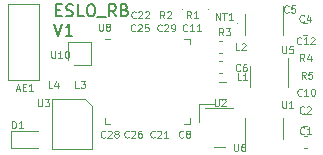
<source format=gbr>
G04 #@! TF.GenerationSoftware,KiCad,Pcbnew,(5.1.5-0-10_14)*
G04 #@! TF.CreationDate,2020-09-25T15:53:29-04:00*
G04 #@! TF.ProjectId,ESLO_RB,45534c4f-5f52-4422-9e6b-696361645f70,rev?*
G04 #@! TF.SameCoordinates,Original*
G04 #@! TF.FileFunction,Legend,Top*
G04 #@! TF.FilePolarity,Positive*
%FSLAX46Y46*%
G04 Gerber Fmt 4.6, Leading zero omitted, Abs format (unit mm)*
G04 Created by KiCad (PCBNEW (5.1.5-0-10_14)) date 2020-09-25 15:53:29*
%MOMM*%
%LPD*%
G04 APERTURE LIST*
%ADD10C,0.140000*%
%ADD11C,0.050000*%
%ADD12C,0.070000*%
G04 APERTURE END LIST*
D10*
X128779095Y-90558571D02*
X129112428Y-90558571D01*
X129255285Y-91082380D02*
X128779095Y-91082380D01*
X128779095Y-90082380D01*
X129255285Y-90082380D01*
X129636238Y-91034761D02*
X129779095Y-91082380D01*
X130017190Y-91082380D01*
X130112428Y-91034761D01*
X130160047Y-90987142D01*
X130207666Y-90891904D01*
X130207666Y-90796666D01*
X130160047Y-90701428D01*
X130112428Y-90653809D01*
X130017190Y-90606190D01*
X129826714Y-90558571D01*
X129731476Y-90510952D01*
X129683857Y-90463333D01*
X129636238Y-90368095D01*
X129636238Y-90272857D01*
X129683857Y-90177619D01*
X129731476Y-90130000D01*
X129826714Y-90082380D01*
X130064809Y-90082380D01*
X130207666Y-90130000D01*
X131112428Y-91082380D02*
X130636238Y-91082380D01*
X130636238Y-90082380D01*
X131636238Y-90082380D02*
X131826714Y-90082380D01*
X131921952Y-90130000D01*
X132017190Y-90225238D01*
X132064809Y-90415714D01*
X132064809Y-90749047D01*
X132017190Y-90939523D01*
X131921952Y-91034761D01*
X131826714Y-91082380D01*
X131636238Y-91082380D01*
X131541000Y-91034761D01*
X131445761Y-90939523D01*
X131398142Y-90749047D01*
X131398142Y-90415714D01*
X131445761Y-90225238D01*
X131541000Y-90130000D01*
X131636238Y-90082380D01*
X132255285Y-91177619D02*
X133017190Y-91177619D01*
X133826714Y-91082380D02*
X133493380Y-90606190D01*
X133255285Y-91082380D02*
X133255285Y-90082380D01*
X133636238Y-90082380D01*
X133731476Y-90130000D01*
X133779095Y-90177619D01*
X133826714Y-90272857D01*
X133826714Y-90415714D01*
X133779095Y-90510952D01*
X133731476Y-90558571D01*
X133636238Y-90606190D01*
X133255285Y-90606190D01*
X134588619Y-90558571D02*
X134731476Y-90606190D01*
X134779095Y-90653809D01*
X134826714Y-90749047D01*
X134826714Y-90891904D01*
X134779095Y-90987142D01*
X134731476Y-91034761D01*
X134636238Y-91082380D01*
X134255285Y-91082380D01*
X134255285Y-90082380D01*
X134588619Y-90082380D01*
X134683857Y-90130000D01*
X134731476Y-90177619D01*
X134779095Y-90272857D01*
X134779095Y-90368095D01*
X134731476Y-90463333D01*
X134683857Y-90510952D01*
X134588619Y-90558571D01*
X134255285Y-90558571D01*
X128636238Y-91722380D02*
X128969571Y-92722380D01*
X129302904Y-91722380D01*
X130160047Y-92722380D02*
X129588619Y-92722380D01*
X129874333Y-92722380D02*
X129874333Y-91722380D01*
X129779095Y-91865238D01*
X129683857Y-91960476D01*
X129588619Y-92008095D01*
D11*
X127300000Y-96450000D02*
X127300000Y-90050000D01*
X124700000Y-96450000D02*
X127300000Y-96450000D01*
X124700000Y-90050000D02*
X124700000Y-96450000D01*
X127300000Y-90050000D02*
X124700000Y-90050000D01*
X133365000Y-92990000D02*
X132890000Y-92990000D01*
X140110000Y-100210000D02*
X140110000Y-99735000D01*
X139635000Y-100210000D02*
X140110000Y-100210000D01*
X132890000Y-100210000D02*
X132890000Y-99735000D01*
X133365000Y-100210000D02*
X132890000Y-100210000D01*
X140110000Y-92990000D02*
X140110000Y-93465000D01*
X139635000Y-92990000D02*
X140110000Y-92990000D01*
X131750000Y-95250000D02*
X130250000Y-95250000D01*
X131750000Y-93250000D02*
X131750000Y-95250000D01*
X129750000Y-93250000D02*
X131700000Y-93250000D01*
X129750000Y-94750000D02*
X129750000Y-93250000D01*
X128400000Y-98100000D02*
X131250000Y-98100000D01*
X128400000Y-102300000D02*
X128400000Y-98200000D01*
X131800000Y-102300000D02*
X128400000Y-102300000D01*
X131800000Y-98650000D02*
X131800000Y-102300000D01*
X131250000Y-98100000D02*
X131800000Y-98650000D01*
X144740000Y-99700000D02*
X144740000Y-102150000D01*
X147960000Y-101500000D02*
X147960000Y-99700000D01*
X148410000Y-97100000D02*
X148410000Y-94650000D01*
X145190000Y-95300000D02*
X145190000Y-97100000D01*
X147960000Y-92700000D02*
X147960000Y-90250000D01*
X144740000Y-90900000D02*
X144740000Y-92700000D01*
X141350000Y-98880000D02*
X143720000Y-98880000D01*
X143100000Y-102120000D02*
X142100000Y-102120000D01*
X140900000Y-98500000D02*
X142100000Y-98500000D01*
X140900000Y-100000000D02*
X140900000Y-98500000D01*
X139455000Y-90500000D02*
G75*
G03X139455000Y-90500000I-50000J0D01*
G01*
X144140000Y-91700000D02*
G75*
G03X144140000Y-91700000I-50000J0D01*
G01*
X141655000Y-90500000D02*
G75*
G03X141655000Y-90500000I-50000J0D01*
G01*
X142850279Y-93140000D02*
X142524721Y-93140000D01*
X142850279Y-94160000D02*
X142524721Y-94160000D01*
X142603922Y-98110000D02*
X143121078Y-98110000D01*
X142603922Y-96690000D02*
X143121078Y-96690000D01*
X124977500Y-102235000D02*
X127262500Y-102235000D01*
X124977500Y-100765000D02*
X124977500Y-102235000D01*
X127262500Y-100765000D02*
X124977500Y-100765000D01*
X149674721Y-92660000D02*
X150000279Y-92660000D01*
X149674721Y-91640000D02*
X150000279Y-91640000D01*
X149699721Y-100410000D02*
X150025279Y-100410000D01*
X149699721Y-99390000D02*
X150025279Y-99390000D01*
X142524721Y-95910000D02*
X142850279Y-95910000D01*
X142524721Y-94890000D02*
X142850279Y-94890000D01*
X150050279Y-101190000D02*
X149724721Y-101190000D01*
X150050279Y-102210000D02*
X149724721Y-102210000D01*
D12*
X148450000Y-90714285D02*
X148421428Y-90742857D01*
X148335714Y-90771428D01*
X148278571Y-90771428D01*
X148192857Y-90742857D01*
X148135714Y-90685714D01*
X148107142Y-90628571D01*
X148078571Y-90514285D01*
X148078571Y-90428571D01*
X148107142Y-90314285D01*
X148135714Y-90257142D01*
X148192857Y-90200000D01*
X148278571Y-90171428D01*
X148335714Y-90171428D01*
X148421428Y-90200000D01*
X148450000Y-90228571D01*
X148992857Y-90171428D02*
X148707142Y-90171428D01*
X148678571Y-90457142D01*
X148707142Y-90428571D01*
X148764285Y-90400000D01*
X148907142Y-90400000D01*
X148964285Y-90428571D01*
X148992857Y-90457142D01*
X149021428Y-90514285D01*
X149021428Y-90657142D01*
X148992857Y-90714285D01*
X148964285Y-90742857D01*
X148907142Y-90771428D01*
X148764285Y-90771428D01*
X148707142Y-90742857D01*
X148678571Y-90714285D01*
X125400000Y-97225000D02*
X125685714Y-97225000D01*
X125342857Y-97396428D02*
X125542857Y-96796428D01*
X125742857Y-97396428D01*
X125942857Y-97082142D02*
X126142857Y-97082142D01*
X126228571Y-97396428D02*
X125942857Y-97396428D01*
X125942857Y-96796428D01*
X126228571Y-96796428D01*
X126800000Y-97396428D02*
X126457142Y-97396428D01*
X126628571Y-97396428D02*
X126628571Y-96796428D01*
X126571428Y-96882142D01*
X126514285Y-96939285D01*
X126457142Y-96967857D01*
X130700000Y-97171428D02*
X130414285Y-97171428D01*
X130414285Y-96571428D01*
X130842857Y-96571428D02*
X131214285Y-96571428D01*
X131014285Y-96800000D01*
X131100000Y-96800000D01*
X131157142Y-96828571D01*
X131185714Y-96857142D01*
X131214285Y-96914285D01*
X131214285Y-97057142D01*
X131185714Y-97114285D01*
X131157142Y-97142857D01*
X131100000Y-97171428D01*
X130928571Y-97171428D01*
X130871428Y-97142857D01*
X130842857Y-97114285D01*
X128450000Y-97171428D02*
X128164285Y-97171428D01*
X128164285Y-96571428D01*
X128907142Y-96771428D02*
X128907142Y-97171428D01*
X128764285Y-96542857D02*
X128621428Y-96971428D01*
X128992857Y-96971428D01*
X132402857Y-91701428D02*
X132402857Y-92187142D01*
X132431428Y-92244285D01*
X132460000Y-92272857D01*
X132517142Y-92301428D01*
X132631428Y-92301428D01*
X132688571Y-92272857D01*
X132717142Y-92244285D01*
X132745714Y-92187142D01*
X132745714Y-91701428D01*
X133117142Y-91958571D02*
X133060000Y-91930000D01*
X133031428Y-91901428D01*
X133002857Y-91844285D01*
X133002857Y-91815714D01*
X133031428Y-91758571D01*
X133060000Y-91730000D01*
X133117142Y-91701428D01*
X133231428Y-91701428D01*
X133288571Y-91730000D01*
X133317142Y-91758571D01*
X133345714Y-91815714D01*
X133345714Y-91844285D01*
X133317142Y-91901428D01*
X133288571Y-91930000D01*
X133231428Y-91958571D01*
X133117142Y-91958571D01*
X133060000Y-91987142D01*
X133031428Y-92015714D01*
X133002857Y-92072857D01*
X133002857Y-92187142D01*
X133031428Y-92244285D01*
X133060000Y-92272857D01*
X133117142Y-92301428D01*
X133231428Y-92301428D01*
X133288571Y-92272857D01*
X133317142Y-92244285D01*
X133345714Y-92187142D01*
X133345714Y-92072857D01*
X133317142Y-92015714D01*
X133288571Y-91987142D01*
X133231428Y-91958571D01*
X128357142Y-94021428D02*
X128357142Y-94507142D01*
X128385714Y-94564285D01*
X128414285Y-94592857D01*
X128471428Y-94621428D01*
X128585714Y-94621428D01*
X128642857Y-94592857D01*
X128671428Y-94564285D01*
X128700000Y-94507142D01*
X128700000Y-94021428D01*
X129300000Y-94621428D02*
X128957142Y-94621428D01*
X129128571Y-94621428D02*
X129128571Y-94021428D01*
X129071428Y-94107142D01*
X129014285Y-94164285D01*
X128957142Y-94192857D01*
X129671428Y-94021428D02*
X129728571Y-94021428D01*
X129785714Y-94050000D01*
X129814285Y-94078571D01*
X129842857Y-94135714D01*
X129871428Y-94250000D01*
X129871428Y-94392857D01*
X129842857Y-94507142D01*
X129814285Y-94564285D01*
X129785714Y-94592857D01*
X129728571Y-94621428D01*
X129671428Y-94621428D01*
X129614285Y-94592857D01*
X129585714Y-94564285D01*
X129557142Y-94507142D01*
X129528571Y-94392857D01*
X129528571Y-94250000D01*
X129557142Y-94135714D01*
X129585714Y-94078571D01*
X129614285Y-94050000D01*
X129671428Y-94021428D01*
X137714285Y-92314285D02*
X137685714Y-92342857D01*
X137600000Y-92371428D01*
X137542857Y-92371428D01*
X137457142Y-92342857D01*
X137400000Y-92285714D01*
X137371428Y-92228571D01*
X137342857Y-92114285D01*
X137342857Y-92028571D01*
X137371428Y-91914285D01*
X137400000Y-91857142D01*
X137457142Y-91800000D01*
X137542857Y-91771428D01*
X137600000Y-91771428D01*
X137685714Y-91800000D01*
X137714285Y-91828571D01*
X137942857Y-91828571D02*
X137971428Y-91800000D01*
X138028571Y-91771428D01*
X138171428Y-91771428D01*
X138228571Y-91800000D01*
X138257142Y-91828571D01*
X138285714Y-91885714D01*
X138285714Y-91942857D01*
X138257142Y-92028571D01*
X137914285Y-92371428D01*
X138285714Y-92371428D01*
X138571428Y-92371428D02*
X138685714Y-92371428D01*
X138742857Y-92342857D01*
X138771428Y-92314285D01*
X138828571Y-92228571D01*
X138857142Y-92114285D01*
X138857142Y-91885714D01*
X138828571Y-91828571D01*
X138800000Y-91800000D01*
X138742857Y-91771428D01*
X138628571Y-91771428D01*
X138571428Y-91800000D01*
X138542857Y-91828571D01*
X138514285Y-91885714D01*
X138514285Y-92028571D01*
X138542857Y-92085714D01*
X138571428Y-92114285D01*
X138628571Y-92142857D01*
X138742857Y-92142857D01*
X138800000Y-92114285D01*
X138828571Y-92085714D01*
X138857142Y-92028571D01*
X127242857Y-98121428D02*
X127242857Y-98607142D01*
X127271428Y-98664285D01*
X127300000Y-98692857D01*
X127357142Y-98721428D01*
X127471428Y-98721428D01*
X127528571Y-98692857D01*
X127557142Y-98664285D01*
X127585714Y-98607142D01*
X127585714Y-98121428D01*
X127814285Y-98121428D02*
X128185714Y-98121428D01*
X127985714Y-98350000D01*
X128071428Y-98350000D01*
X128128571Y-98378571D01*
X128157142Y-98407142D01*
X128185714Y-98464285D01*
X128185714Y-98607142D01*
X128157142Y-98664285D01*
X128128571Y-98692857D01*
X128071428Y-98721428D01*
X127900000Y-98721428D01*
X127842857Y-98692857D01*
X127814285Y-98664285D01*
X143842857Y-101881428D02*
X143842857Y-102367142D01*
X143871428Y-102424285D01*
X143900000Y-102452857D01*
X143957142Y-102481428D01*
X144071428Y-102481428D01*
X144128571Y-102452857D01*
X144157142Y-102424285D01*
X144185714Y-102367142D01*
X144185714Y-101881428D01*
X144728571Y-101881428D02*
X144614285Y-101881428D01*
X144557142Y-101910000D01*
X144528571Y-101938571D01*
X144471428Y-102024285D01*
X144442857Y-102138571D01*
X144442857Y-102367142D01*
X144471428Y-102424285D01*
X144500000Y-102452857D01*
X144557142Y-102481428D01*
X144671428Y-102481428D01*
X144728571Y-102452857D01*
X144757142Y-102424285D01*
X144785714Y-102367142D01*
X144785714Y-102224285D01*
X144757142Y-102167142D01*
X144728571Y-102138571D01*
X144671428Y-102110000D01*
X144557142Y-102110000D01*
X144500000Y-102138571D01*
X144471428Y-102167142D01*
X144442857Y-102224285D01*
X147912857Y-98241428D02*
X147912857Y-98727142D01*
X147941428Y-98784285D01*
X147970000Y-98812857D01*
X148027142Y-98841428D01*
X148141428Y-98841428D01*
X148198571Y-98812857D01*
X148227142Y-98784285D01*
X148255714Y-98727142D01*
X148255714Y-98241428D01*
X148855714Y-98841428D02*
X148512857Y-98841428D01*
X148684285Y-98841428D02*
X148684285Y-98241428D01*
X148627142Y-98327142D01*
X148570000Y-98384285D01*
X148512857Y-98412857D01*
X147912857Y-93611428D02*
X147912857Y-94097142D01*
X147941428Y-94154285D01*
X147970000Y-94182857D01*
X148027142Y-94211428D01*
X148141428Y-94211428D01*
X148198571Y-94182857D01*
X148227142Y-94154285D01*
X148255714Y-94097142D01*
X148255714Y-93611428D01*
X148827142Y-93611428D02*
X148541428Y-93611428D01*
X148512857Y-93897142D01*
X148541428Y-93868571D01*
X148598571Y-93840000D01*
X148741428Y-93840000D01*
X148798571Y-93868571D01*
X148827142Y-93897142D01*
X148855714Y-93954285D01*
X148855714Y-94097142D01*
X148827142Y-94154285D01*
X148798571Y-94182857D01*
X148741428Y-94211428D01*
X148598571Y-94211428D01*
X148541428Y-94182857D01*
X148512857Y-94154285D01*
X142192857Y-98121428D02*
X142192857Y-98607142D01*
X142221428Y-98664285D01*
X142250000Y-98692857D01*
X142307142Y-98721428D01*
X142421428Y-98721428D01*
X142478571Y-98692857D01*
X142507142Y-98664285D01*
X142535714Y-98607142D01*
X142535714Y-98121428D01*
X142792857Y-98178571D02*
X142821428Y-98150000D01*
X142878571Y-98121428D01*
X143021428Y-98121428D01*
X143078571Y-98150000D01*
X143107142Y-98178571D01*
X143135714Y-98235714D01*
X143135714Y-98292857D01*
X143107142Y-98378571D01*
X142764285Y-98721428D01*
X143135714Y-98721428D01*
X149900000Y-96371428D02*
X149700000Y-96085714D01*
X149557142Y-96371428D02*
X149557142Y-95771428D01*
X149785714Y-95771428D01*
X149842857Y-95800000D01*
X149871428Y-95828571D01*
X149900000Y-95885714D01*
X149900000Y-95971428D01*
X149871428Y-96028571D01*
X149842857Y-96057142D01*
X149785714Y-96085714D01*
X149557142Y-96085714D01*
X150442857Y-95771428D02*
X150157142Y-95771428D01*
X150128571Y-96057142D01*
X150157142Y-96028571D01*
X150214285Y-96000000D01*
X150357142Y-96000000D01*
X150414285Y-96028571D01*
X150442857Y-96057142D01*
X150471428Y-96114285D01*
X150471428Y-96257142D01*
X150442857Y-96314285D01*
X150414285Y-96342857D01*
X150357142Y-96371428D01*
X150214285Y-96371428D01*
X150157142Y-96342857D01*
X150128571Y-96314285D01*
X149800000Y-94871428D02*
X149600000Y-94585714D01*
X149457142Y-94871428D02*
X149457142Y-94271428D01*
X149685714Y-94271428D01*
X149742857Y-94300000D01*
X149771428Y-94328571D01*
X149800000Y-94385714D01*
X149800000Y-94471428D01*
X149771428Y-94528571D01*
X149742857Y-94557142D01*
X149685714Y-94585714D01*
X149457142Y-94585714D01*
X150314285Y-94471428D02*
X150314285Y-94871428D01*
X150171428Y-94242857D02*
X150028571Y-94671428D01*
X150400000Y-94671428D01*
X137950000Y-91271428D02*
X137750000Y-90985714D01*
X137607142Y-91271428D02*
X137607142Y-90671428D01*
X137835714Y-90671428D01*
X137892857Y-90700000D01*
X137921428Y-90728571D01*
X137950000Y-90785714D01*
X137950000Y-90871428D01*
X137921428Y-90928571D01*
X137892857Y-90957142D01*
X137835714Y-90985714D01*
X137607142Y-90985714D01*
X138178571Y-90728571D02*
X138207142Y-90700000D01*
X138264285Y-90671428D01*
X138407142Y-90671428D01*
X138464285Y-90700000D01*
X138492857Y-90728571D01*
X138521428Y-90785714D01*
X138521428Y-90842857D01*
X138492857Y-90928571D01*
X138150000Y-91271428D01*
X138521428Y-91271428D01*
X142920000Y-92691428D02*
X142720000Y-92405714D01*
X142577142Y-92691428D02*
X142577142Y-92091428D01*
X142805714Y-92091428D01*
X142862857Y-92120000D01*
X142891428Y-92148571D01*
X142920000Y-92205714D01*
X142920000Y-92291428D01*
X142891428Y-92348571D01*
X142862857Y-92377142D01*
X142805714Y-92405714D01*
X142577142Y-92405714D01*
X143120000Y-92091428D02*
X143491428Y-92091428D01*
X143291428Y-92320000D01*
X143377142Y-92320000D01*
X143434285Y-92348571D01*
X143462857Y-92377142D01*
X143491428Y-92434285D01*
X143491428Y-92577142D01*
X143462857Y-92634285D01*
X143434285Y-92662857D01*
X143377142Y-92691428D01*
X143205714Y-92691428D01*
X143148571Y-92662857D01*
X143120000Y-92634285D01*
X140200000Y-91271428D02*
X140000000Y-90985714D01*
X139857142Y-91271428D02*
X139857142Y-90671428D01*
X140085714Y-90671428D01*
X140142857Y-90700000D01*
X140171428Y-90728571D01*
X140200000Y-90785714D01*
X140200000Y-90871428D01*
X140171428Y-90928571D01*
X140142857Y-90957142D01*
X140085714Y-90985714D01*
X139857142Y-90985714D01*
X140771428Y-91271428D02*
X140428571Y-91271428D01*
X140600000Y-91271428D02*
X140600000Y-90671428D01*
X140542857Y-90757142D01*
X140485714Y-90814285D01*
X140428571Y-90842857D01*
X142314285Y-91371428D02*
X142314285Y-90771428D01*
X142657142Y-91371428D01*
X142657142Y-90771428D01*
X142857142Y-90771428D02*
X143200000Y-90771428D01*
X143028571Y-91371428D02*
X143028571Y-90771428D01*
X143714285Y-91371428D02*
X143371428Y-91371428D01*
X143542857Y-91371428D02*
X143542857Y-90771428D01*
X143485714Y-90857142D01*
X143428571Y-90914285D01*
X143371428Y-90942857D01*
X144300000Y-93971428D02*
X144014285Y-93971428D01*
X144014285Y-93371428D01*
X144471428Y-93428571D02*
X144500000Y-93400000D01*
X144557142Y-93371428D01*
X144700000Y-93371428D01*
X144757142Y-93400000D01*
X144785714Y-93428571D01*
X144814285Y-93485714D01*
X144814285Y-93542857D01*
X144785714Y-93628571D01*
X144442857Y-93971428D01*
X144814285Y-93971428D01*
X144450000Y-96471428D02*
X144164285Y-96471428D01*
X144164285Y-95871428D01*
X144964285Y-96471428D02*
X144621428Y-96471428D01*
X144792857Y-96471428D02*
X144792857Y-95871428D01*
X144735714Y-95957142D01*
X144678571Y-96014285D01*
X144621428Y-96042857D01*
X125032142Y-100571428D02*
X125032142Y-99971428D01*
X125175000Y-99971428D01*
X125260714Y-100000000D01*
X125317857Y-100057142D01*
X125346428Y-100114285D01*
X125375000Y-100228571D01*
X125375000Y-100314285D01*
X125346428Y-100428571D01*
X125317857Y-100485714D01*
X125260714Y-100542857D01*
X125175000Y-100571428D01*
X125032142Y-100571428D01*
X125946428Y-100571428D02*
X125603571Y-100571428D01*
X125775000Y-100571428D02*
X125775000Y-99971428D01*
X125717857Y-100057142D01*
X125660714Y-100114285D01*
X125603571Y-100142857D01*
X149564285Y-97764285D02*
X149535714Y-97792857D01*
X149450000Y-97821428D01*
X149392857Y-97821428D01*
X149307142Y-97792857D01*
X149250000Y-97735714D01*
X149221428Y-97678571D01*
X149192857Y-97564285D01*
X149192857Y-97478571D01*
X149221428Y-97364285D01*
X149250000Y-97307142D01*
X149307142Y-97250000D01*
X149392857Y-97221428D01*
X149450000Y-97221428D01*
X149535714Y-97250000D01*
X149564285Y-97278571D01*
X150135714Y-97821428D02*
X149792857Y-97821428D01*
X149964285Y-97821428D02*
X149964285Y-97221428D01*
X149907142Y-97307142D01*
X149850000Y-97364285D01*
X149792857Y-97392857D01*
X150507142Y-97221428D02*
X150564285Y-97221428D01*
X150621428Y-97250000D01*
X150650000Y-97278571D01*
X150678571Y-97335714D01*
X150707142Y-97450000D01*
X150707142Y-97592857D01*
X150678571Y-97707142D01*
X150650000Y-97764285D01*
X150621428Y-97792857D01*
X150564285Y-97821428D01*
X150507142Y-97821428D01*
X150450000Y-97792857D01*
X150421428Y-97764285D01*
X150392857Y-97707142D01*
X150364285Y-97592857D01*
X150364285Y-97450000D01*
X150392857Y-97335714D01*
X150421428Y-97278571D01*
X150450000Y-97250000D01*
X150507142Y-97221428D01*
X149514285Y-93414285D02*
X149485714Y-93442857D01*
X149400000Y-93471428D01*
X149342857Y-93471428D01*
X149257142Y-93442857D01*
X149200000Y-93385714D01*
X149171428Y-93328571D01*
X149142857Y-93214285D01*
X149142857Y-93128571D01*
X149171428Y-93014285D01*
X149200000Y-92957142D01*
X149257142Y-92900000D01*
X149342857Y-92871428D01*
X149400000Y-92871428D01*
X149485714Y-92900000D01*
X149514285Y-92928571D01*
X150085714Y-93471428D02*
X149742857Y-93471428D01*
X149914285Y-93471428D02*
X149914285Y-92871428D01*
X149857142Y-92957142D01*
X149800000Y-93014285D01*
X149742857Y-93042857D01*
X150314285Y-92928571D02*
X150342857Y-92900000D01*
X150400000Y-92871428D01*
X150542857Y-92871428D01*
X150600000Y-92900000D01*
X150628571Y-92928571D01*
X150657142Y-92985714D01*
X150657142Y-93042857D01*
X150628571Y-93128571D01*
X150285714Y-93471428D01*
X150657142Y-93471428D01*
X149750000Y-91514285D02*
X149721428Y-91542857D01*
X149635714Y-91571428D01*
X149578571Y-91571428D01*
X149492857Y-91542857D01*
X149435714Y-91485714D01*
X149407142Y-91428571D01*
X149378571Y-91314285D01*
X149378571Y-91228571D01*
X149407142Y-91114285D01*
X149435714Y-91057142D01*
X149492857Y-91000000D01*
X149578571Y-90971428D01*
X149635714Y-90971428D01*
X149721428Y-91000000D01*
X149750000Y-91028571D01*
X150264285Y-91171428D02*
X150264285Y-91571428D01*
X150121428Y-90942857D02*
X149978571Y-91371428D01*
X150350000Y-91371428D01*
X149762500Y-99264285D02*
X149733928Y-99292857D01*
X149648214Y-99321428D01*
X149591071Y-99321428D01*
X149505357Y-99292857D01*
X149448214Y-99235714D01*
X149419642Y-99178571D01*
X149391071Y-99064285D01*
X149391071Y-98978571D01*
X149419642Y-98864285D01*
X149448214Y-98807142D01*
X149505357Y-98750000D01*
X149591071Y-98721428D01*
X149648214Y-98721428D01*
X149733928Y-98750000D01*
X149762500Y-98778571D01*
X149991071Y-98778571D02*
X150019642Y-98750000D01*
X150076785Y-98721428D01*
X150219642Y-98721428D01*
X150276785Y-98750000D01*
X150305357Y-98778571D01*
X150333928Y-98835714D01*
X150333928Y-98892857D01*
X150305357Y-98978571D01*
X149962500Y-99321428D01*
X150333928Y-99321428D01*
X137114285Y-101314285D02*
X137085714Y-101342857D01*
X137000000Y-101371428D01*
X136942857Y-101371428D01*
X136857142Y-101342857D01*
X136800000Y-101285714D01*
X136771428Y-101228571D01*
X136742857Y-101114285D01*
X136742857Y-101028571D01*
X136771428Y-100914285D01*
X136800000Y-100857142D01*
X136857142Y-100800000D01*
X136942857Y-100771428D01*
X137000000Y-100771428D01*
X137085714Y-100800000D01*
X137114285Y-100828571D01*
X137342857Y-100828571D02*
X137371428Y-100800000D01*
X137428571Y-100771428D01*
X137571428Y-100771428D01*
X137628571Y-100800000D01*
X137657142Y-100828571D01*
X137685714Y-100885714D01*
X137685714Y-100942857D01*
X137657142Y-101028571D01*
X137314285Y-101371428D01*
X137685714Y-101371428D01*
X138257142Y-101371428D02*
X137914285Y-101371428D01*
X138085714Y-101371428D02*
X138085714Y-100771428D01*
X138028571Y-100857142D01*
X137971428Y-100914285D01*
X137914285Y-100942857D01*
X139864285Y-92314285D02*
X139835714Y-92342857D01*
X139750000Y-92371428D01*
X139692857Y-92371428D01*
X139607142Y-92342857D01*
X139550000Y-92285714D01*
X139521428Y-92228571D01*
X139492857Y-92114285D01*
X139492857Y-92028571D01*
X139521428Y-91914285D01*
X139550000Y-91857142D01*
X139607142Y-91800000D01*
X139692857Y-91771428D01*
X139750000Y-91771428D01*
X139835714Y-91800000D01*
X139864285Y-91828571D01*
X140435714Y-92371428D02*
X140092857Y-92371428D01*
X140264285Y-92371428D02*
X140264285Y-91771428D01*
X140207142Y-91857142D01*
X140150000Y-91914285D01*
X140092857Y-91942857D01*
X141007142Y-92371428D02*
X140664285Y-92371428D01*
X140835714Y-92371428D02*
X140835714Y-91771428D01*
X140778571Y-91857142D01*
X140721428Y-91914285D01*
X140664285Y-91942857D01*
X132914285Y-101314285D02*
X132885714Y-101342857D01*
X132800000Y-101371428D01*
X132742857Y-101371428D01*
X132657142Y-101342857D01*
X132600000Y-101285714D01*
X132571428Y-101228571D01*
X132542857Y-101114285D01*
X132542857Y-101028571D01*
X132571428Y-100914285D01*
X132600000Y-100857142D01*
X132657142Y-100800000D01*
X132742857Y-100771428D01*
X132800000Y-100771428D01*
X132885714Y-100800000D01*
X132914285Y-100828571D01*
X133142857Y-100828571D02*
X133171428Y-100800000D01*
X133228571Y-100771428D01*
X133371428Y-100771428D01*
X133428571Y-100800000D01*
X133457142Y-100828571D01*
X133485714Y-100885714D01*
X133485714Y-100942857D01*
X133457142Y-101028571D01*
X133114285Y-101371428D01*
X133485714Y-101371428D01*
X133828571Y-101028571D02*
X133771428Y-101000000D01*
X133742857Y-100971428D01*
X133714285Y-100914285D01*
X133714285Y-100885714D01*
X133742857Y-100828571D01*
X133771428Y-100800000D01*
X133828571Y-100771428D01*
X133942857Y-100771428D01*
X134000000Y-100800000D01*
X134028571Y-100828571D01*
X134057142Y-100885714D01*
X134057142Y-100914285D01*
X134028571Y-100971428D01*
X134000000Y-101000000D01*
X133942857Y-101028571D01*
X133828571Y-101028571D01*
X133771428Y-101057142D01*
X133742857Y-101085714D01*
X133714285Y-101142857D01*
X133714285Y-101257142D01*
X133742857Y-101314285D01*
X133771428Y-101342857D01*
X133828571Y-101371428D01*
X133942857Y-101371428D01*
X134000000Y-101342857D01*
X134028571Y-101314285D01*
X134057142Y-101257142D01*
X134057142Y-101142857D01*
X134028571Y-101085714D01*
X134000000Y-101057142D01*
X133942857Y-101028571D01*
X134914285Y-101314285D02*
X134885714Y-101342857D01*
X134800000Y-101371428D01*
X134742857Y-101371428D01*
X134657142Y-101342857D01*
X134600000Y-101285714D01*
X134571428Y-101228571D01*
X134542857Y-101114285D01*
X134542857Y-101028571D01*
X134571428Y-100914285D01*
X134600000Y-100857142D01*
X134657142Y-100800000D01*
X134742857Y-100771428D01*
X134800000Y-100771428D01*
X134885714Y-100800000D01*
X134914285Y-100828571D01*
X135142857Y-100828571D02*
X135171428Y-100800000D01*
X135228571Y-100771428D01*
X135371428Y-100771428D01*
X135428571Y-100800000D01*
X135457142Y-100828571D01*
X135485714Y-100885714D01*
X135485714Y-100942857D01*
X135457142Y-101028571D01*
X135114285Y-101371428D01*
X135485714Y-101371428D01*
X136000000Y-100771428D02*
X135885714Y-100771428D01*
X135828571Y-100800000D01*
X135800000Y-100828571D01*
X135742857Y-100914285D01*
X135714285Y-101028571D01*
X135714285Y-101257142D01*
X135742857Y-101314285D01*
X135771428Y-101342857D01*
X135828571Y-101371428D01*
X135942857Y-101371428D01*
X136000000Y-101342857D01*
X136028571Y-101314285D01*
X136057142Y-101257142D01*
X136057142Y-101114285D01*
X136028571Y-101057142D01*
X136000000Y-101028571D01*
X135942857Y-101000000D01*
X135828571Y-101000000D01*
X135771428Y-101028571D01*
X135742857Y-101057142D01*
X135714285Y-101114285D01*
X135464285Y-92314285D02*
X135435714Y-92342857D01*
X135350000Y-92371428D01*
X135292857Y-92371428D01*
X135207142Y-92342857D01*
X135150000Y-92285714D01*
X135121428Y-92228571D01*
X135092857Y-92114285D01*
X135092857Y-92028571D01*
X135121428Y-91914285D01*
X135150000Y-91857142D01*
X135207142Y-91800000D01*
X135292857Y-91771428D01*
X135350000Y-91771428D01*
X135435714Y-91800000D01*
X135464285Y-91828571D01*
X135692857Y-91828571D02*
X135721428Y-91800000D01*
X135778571Y-91771428D01*
X135921428Y-91771428D01*
X135978571Y-91800000D01*
X136007142Y-91828571D01*
X136035714Y-91885714D01*
X136035714Y-91942857D01*
X136007142Y-92028571D01*
X135664285Y-92371428D01*
X136035714Y-92371428D01*
X136578571Y-91771428D02*
X136292857Y-91771428D01*
X136264285Y-92057142D01*
X136292857Y-92028571D01*
X136350000Y-92000000D01*
X136492857Y-92000000D01*
X136550000Y-92028571D01*
X136578571Y-92057142D01*
X136607142Y-92114285D01*
X136607142Y-92257142D01*
X136578571Y-92314285D01*
X136550000Y-92342857D01*
X136492857Y-92371428D01*
X136350000Y-92371428D01*
X136292857Y-92342857D01*
X136264285Y-92314285D01*
X135514285Y-91214285D02*
X135485714Y-91242857D01*
X135400000Y-91271428D01*
X135342857Y-91271428D01*
X135257142Y-91242857D01*
X135200000Y-91185714D01*
X135171428Y-91128571D01*
X135142857Y-91014285D01*
X135142857Y-90928571D01*
X135171428Y-90814285D01*
X135200000Y-90757142D01*
X135257142Y-90700000D01*
X135342857Y-90671428D01*
X135400000Y-90671428D01*
X135485714Y-90700000D01*
X135514285Y-90728571D01*
X135742857Y-90728571D02*
X135771428Y-90700000D01*
X135828571Y-90671428D01*
X135971428Y-90671428D01*
X136028571Y-90700000D01*
X136057142Y-90728571D01*
X136085714Y-90785714D01*
X136085714Y-90842857D01*
X136057142Y-90928571D01*
X135714285Y-91271428D01*
X136085714Y-91271428D01*
X136314285Y-90728571D02*
X136342857Y-90700000D01*
X136400000Y-90671428D01*
X136542857Y-90671428D01*
X136600000Y-90700000D01*
X136628571Y-90728571D01*
X136657142Y-90785714D01*
X136657142Y-90842857D01*
X136628571Y-90928571D01*
X136285714Y-91271428D01*
X136657142Y-91271428D01*
X139550000Y-101314285D02*
X139521428Y-101342857D01*
X139435714Y-101371428D01*
X139378571Y-101371428D01*
X139292857Y-101342857D01*
X139235714Y-101285714D01*
X139207142Y-101228571D01*
X139178571Y-101114285D01*
X139178571Y-101028571D01*
X139207142Y-100914285D01*
X139235714Y-100857142D01*
X139292857Y-100800000D01*
X139378571Y-100771428D01*
X139435714Y-100771428D01*
X139521428Y-100800000D01*
X139550000Y-100828571D01*
X139892857Y-101028571D02*
X139835714Y-101000000D01*
X139807142Y-100971428D01*
X139778571Y-100914285D01*
X139778571Y-100885714D01*
X139807142Y-100828571D01*
X139835714Y-100800000D01*
X139892857Y-100771428D01*
X140007142Y-100771428D01*
X140064285Y-100800000D01*
X140092857Y-100828571D01*
X140121428Y-100885714D01*
X140121428Y-100914285D01*
X140092857Y-100971428D01*
X140064285Y-101000000D01*
X140007142Y-101028571D01*
X139892857Y-101028571D01*
X139835714Y-101057142D01*
X139807142Y-101085714D01*
X139778571Y-101142857D01*
X139778571Y-101257142D01*
X139807142Y-101314285D01*
X139835714Y-101342857D01*
X139892857Y-101371428D01*
X140007142Y-101371428D01*
X140064285Y-101342857D01*
X140092857Y-101314285D01*
X140121428Y-101257142D01*
X140121428Y-101142857D01*
X140092857Y-101085714D01*
X140064285Y-101057142D01*
X140007142Y-101028571D01*
X144350000Y-95664285D02*
X144321428Y-95692857D01*
X144235714Y-95721428D01*
X144178571Y-95721428D01*
X144092857Y-95692857D01*
X144035714Y-95635714D01*
X144007142Y-95578571D01*
X143978571Y-95464285D01*
X143978571Y-95378571D01*
X144007142Y-95264285D01*
X144035714Y-95207142D01*
X144092857Y-95150000D01*
X144178571Y-95121428D01*
X144235714Y-95121428D01*
X144321428Y-95150000D01*
X144350000Y-95178571D01*
X144864285Y-95121428D02*
X144750000Y-95121428D01*
X144692857Y-95150000D01*
X144664285Y-95178571D01*
X144607142Y-95264285D01*
X144578571Y-95378571D01*
X144578571Y-95607142D01*
X144607142Y-95664285D01*
X144635714Y-95692857D01*
X144692857Y-95721428D01*
X144807142Y-95721428D01*
X144864285Y-95692857D01*
X144892857Y-95664285D01*
X144921428Y-95607142D01*
X144921428Y-95464285D01*
X144892857Y-95407142D01*
X144864285Y-95378571D01*
X144807142Y-95350000D01*
X144692857Y-95350000D01*
X144635714Y-95378571D01*
X144607142Y-95407142D01*
X144578571Y-95464285D01*
X149800000Y-101014285D02*
X149771428Y-101042857D01*
X149685714Y-101071428D01*
X149628571Y-101071428D01*
X149542857Y-101042857D01*
X149485714Y-100985714D01*
X149457142Y-100928571D01*
X149428571Y-100814285D01*
X149428571Y-100728571D01*
X149457142Y-100614285D01*
X149485714Y-100557142D01*
X149542857Y-100500000D01*
X149628571Y-100471428D01*
X149685714Y-100471428D01*
X149771428Y-100500000D01*
X149800000Y-100528571D01*
X150371428Y-101071428D02*
X150028571Y-101071428D01*
X150200000Y-101071428D02*
X150200000Y-100471428D01*
X150142857Y-100557142D01*
X150085714Y-100614285D01*
X150028571Y-100642857D01*
M02*

</source>
